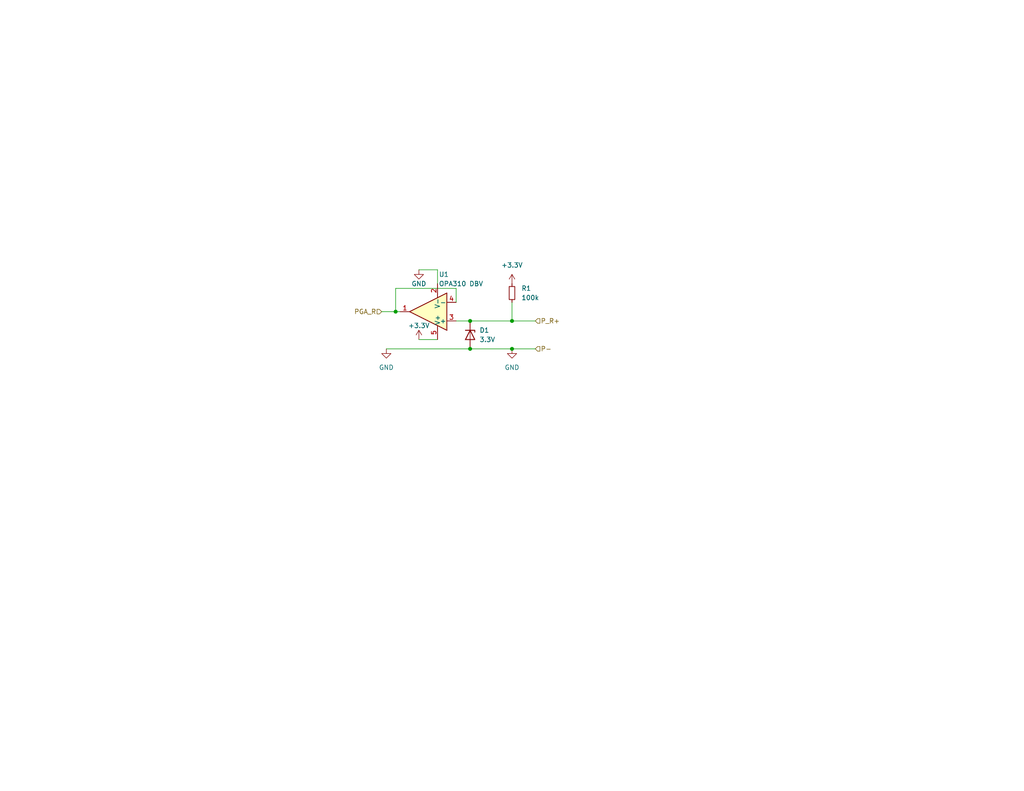
<source format=kicad_sch>
(kicad_sch (version 20230121) (generator eeschema)
  (paper "USLetter")
  (lib_symbols
    (symbol "Amplifier_Operational:OPA188xxDBV" (pin_names (offset 0.127))
      (property "Reference" "U" (at 0 5.08 0))
      (property "Value" "OPA188xxDBV" (at 0 -5.08 0))
      (symbol "OPA188xxDBV_0_1"
        (polyline (pts (xy -5.08 5.08) (xy 5.08 0) (xy -5.08 -5.08) (xy -5.08 5.08)) (stroke (width 0.254)) (fill (type background)))
        (pin power_in line (at -2.54 -7.62 90) (length 3.81) (name "V-") (number "2"))
        (pin power_in line (at -2.54 7.62 270) (length 3.81) (name "V+") (number "5"))
      )
      (symbol "OPA188xxDBV_1_1"
        (pin output line (at 7.62 0 180) (length 2.54) (name "~") (number "1"))
        (pin input line (at -7.62 2.54 0) (length 2.54) (name "+") (number "3"))
        (pin input line (at -7.62 -2.54 0) (length 2.54) (name "-") (number "4"))
      )
    )
    (symbol "Device:D_Zener" (pin_numbers hide) (pin_names (offset 1.016) hide)
      (property "Reference" "D" (at 0 2.54 0))
      (property "Value" "D_Zener" (at 0 -2.54 0))
      (symbol "D_Zener_0_1"
        (polyline (pts (xy 1.27 0) (xy -1.27 0)))
        (polyline (pts (xy -1.27 -1.27) (xy -1.27 1.27) (xy -0.762 1.27)) (stroke (width 0.254)))
        (polyline (pts (xy 1.27 -1.27) (xy 1.27 1.27) (xy -1.27 0) (xy 1.27 -1.27)) (stroke (width 0.254)))
      )
      (symbol "D_Zener_1_1"
        (pin passive line (at -3.81 0 0) (length 2.54) (name "K") (number "1"))
        (pin passive line (at 3.81 0 180) (length 2.54) (name "A") (number "2"))
      )
    )
    (symbol "Device:R_Small" (pin_numbers hide) (pin_names (offset 0.254) hide)
      (property "Reference" "R" (at 0.762 0.508 0))
      (property "Value" "R_Small" (at 0.762 -1.016 0))
      (symbol "R_Small_0_1"
        (rectangle (start -0.762 1.778) (end 0.762 -1.778) (stroke (width 0.2032)))
      )
      (symbol "R_Small_1_1"
        (pin passive line (at 0 2.54 270) (length 0.762) (name "~") (number "1"))
        (pin passive line (at 0 -2.54 90) (length 0.762) (name "~") (number "2"))
      )
    )
    (symbol "power:+3.3V" (power) (pin_names (offset 0))
      (property "Value" "+3.3V" (at 0 3.556 0))
      (symbol "+3.3V_0_1"
        (polyline (pts (xy -0.762 1.27) (xy 0 2.54)))
        (polyline (pts (xy 0 0) (xy 0 2.54)))
        (polyline (pts (xy 0 2.54) (xy 0.762 1.27)))
      )
      (symbol "+3.3V_1_1"
        (pin power_in line (at 0 0 90) (length 0) hide (name "+3.3V") (number "1"))
      )
    )
    (symbol "power:GND" (power) (pin_names (offset 0))
      (property "Value" "GND" (at 0 -3.81 0))
      (symbol "GND_0_1"
        (polyline (pts (xy 0 0) (xy 0 -1.27) (xy 1.27 -1.27) (xy 0 -2.54) (xy -1.27 -1.27) (xy 0 -1.27)))
      )
      (symbol "GND_1_1"
        (pin power_in line (at 0 0 270) (length 0) hide (name "GND") (number "1"))
      )
    )
  )
  (junction (at 139.7 95.25))
  (junction (at 139.7 87.63))
  (junction (at 107.95 85.09))
  (junction (at 128.27 87.63))
  (junction (at 128.27 95.25))
  (wire (pts (xy 107.95 85.09) (xy 109.22 85.09)))
  (wire (pts (xy 105.41 95.25) (xy 128.27 95.25)))
  (wire (pts (xy 114.3 73.66) (xy 119.38 73.66)))
  (wire (pts (xy 104.14 85.09) (xy 107.95 85.09)))
  (wire (pts (xy 128.27 87.63) (xy 139.7 87.63)))
  (wire (pts (xy 139.7 82.55) (xy 139.7 87.63)))
  (wire (pts (xy 139.7 87.63) (xy 146.05 87.63)))
  (wire (pts (xy 107.95 78.74) (xy 107.95 85.09)))
  (wire (pts (xy 114.3 92.71) (xy 119.38 92.71)))
  (wire (pts (xy 128.27 95.25) (xy 139.7 95.25)))
  (wire (pts (xy 124.46 78.74) (xy 107.95 78.74)))
  (wire (pts (xy 119.38 77.47) (xy 119.38 73.66)))
  (wire (pts (xy 139.7 95.25) (xy 146.05 95.25)))
  (wire (pts (xy 124.46 87.63) (xy 128.27 87.63)))
  (wire (pts (xy 124.46 82.55) (xy 124.46 78.74)))
  (hierarchical_label "PGA_R" (shape input) (at 104.14 85.09 180))
  (hierarchical_label "P_R+" (shape input) (at 146.05 87.63 0))
  (hierarchical_label "P-" (shape input) (at 146.05 95.25 0))
  (symbol (lib_id "power:+3.3V") (at 114.3 92.71 0) (unit 1)
    (property "Reference" "#PWR011" (effects hide))
    (property "Value" "+3.3V" (at 114.3 88.9 0))
  )
  (symbol (lib_id "power:GND") (at 114.3 73.66 0) (unit 1)
    (property "Reference" "#PWR010" (effects hide))
    (property "Value" "GND" (at 114.3 77.47 0))
  )
  (symbol (lib_id "Device:R_Small") (at 139.7 80.01 0) (unit 1)
    (property "Reference" "R1" (at 142.24 78.74 0) (effects (justify left)))
    (property "Value" "100k" (at 142.24 81.28 0) (effects (justify left)))
    (property "Footprint" "Resistor_SMD:R_0603_1608Metric" (effects hide))
  )
  (symbol (lib_id "power:GND") (at 139.7 95.25 0) (unit 1)
    (property "Reference" "#PWR034" (effects hide))
    (property "Value" "GND" (at 139.7 100.33 0))
  )
  (symbol (lib_id "power:GND") (at 105.41 95.25 0) (unit 1)
    (property "Reference" "#PWR02" (effects hide))
    (property "Value" "GND" (at 105.41 100.33 0))
  )
  (symbol (lib_id "power:+3.3V") (at 139.7 77.47 0) (unit 1)
    (property "Reference" "#PWR01" (effects hide))
    (property "Value" "+3.3V" (at 139.7 72.39 0))
  )
  (symbol (lib_id "Device:D_Zener") (at 128.27 91.44 270) (unit 1)
    (property "Reference" "D1" (at 130.81 90.17 90) (effects (justify left)))
    (property "Value" "3.3V" (at 130.81 92.71 90) (effects (justify left)))
    (property "Digikey PN" "3757-BZT52-C3V3_R1_00001CT-ND" (effects hide))
  )
  (symbol (lib_id "Amplifier_Operational:OPA188xxDBV") (at 116.84 85.09 180) (unit 1)
    (property "Reference" "U1" (at 119.7259 74.93 0) (effects (justify right)))
    (property "Value" "OPA310 DBV" (at 119.7259 77.47 0) (effects (justify right)))
    (property "Footprint" "lab02_components:SOT-23-5-DBV_TEX" (effects hide))
    (property "Datasheet" "https://www.ti.com/lit/ds/symlink/opa310.pdf?ts=1705006057026&ref_url=https%253A%252F%252Fwww.ti.com%252Fproduct%252FOPA310" (effects hide))
  )
)
</source>
